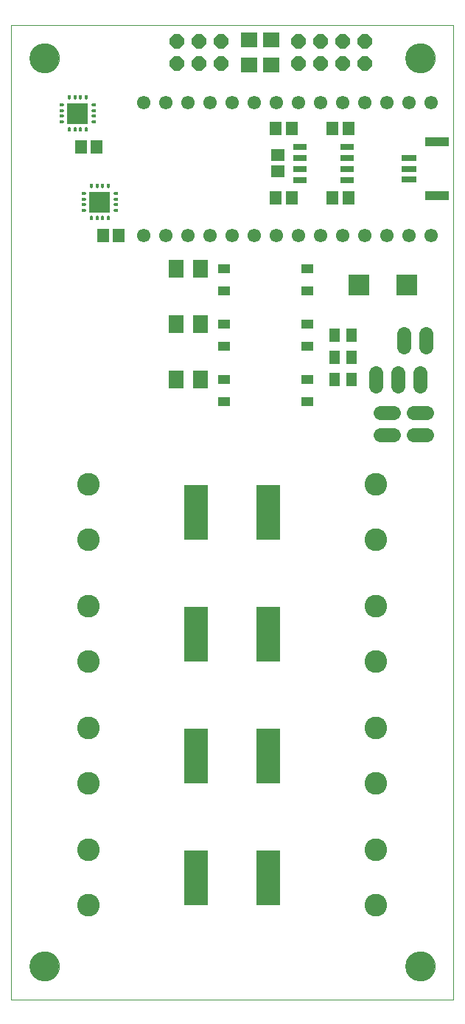
<source format=gts>
G75*
%MOIN*%
%OFA0B0*%
%FSLAX25Y25*%
%IPPOS*%
%LPD*%
%AMOC8*
5,1,8,0,0,1.08239X$1,22.5*
%
%ADD10C,0.00300*%
%ADD11R,0.05518X0.06306*%
%ADD12R,0.11030X0.24809*%
%ADD13C,0.01378*%
%ADD14R,0.01378X0.01476*%
%ADD15R,0.01476X0.01378*%
%ADD16R,0.09449X0.09449*%
%ADD17C,0.10243*%
%ADD18R,0.05518X0.03943*%
%ADD19R,0.04731X0.05912*%
%ADD20R,0.06699X0.08274*%
%ADD21R,0.09400X0.09400*%
%ADD22OC8,0.06400*%
%ADD23C,0.06400*%
%ADD24R,0.07498X0.06699*%
%ADD25C,0.06100*%
%ADD26C,0.00000*%
%ADD27C,0.13400*%
%ADD28R,0.06400X0.02800*%
%ADD29R,0.06306X0.05518*%
%ADD30R,0.07093X0.02762*%
%ADD31R,0.11030X0.04337*%
D10*
X0255000Y0285000D02*
X0455000Y0285000D01*
X0455000Y0725000D01*
X0255000Y0725000D01*
X0255000Y0285000D01*
D11*
X0296654Y0630000D03*
X0303346Y0630000D03*
X0293346Y0670000D03*
X0286654Y0670000D03*
X0374385Y0678125D03*
X0381865Y0678125D03*
X0400010Y0678125D03*
X0407490Y0678125D03*
X0407490Y0646875D03*
X0400010Y0646875D03*
X0381865Y0646875D03*
X0374385Y0646875D03*
D12*
X0371339Y0505000D03*
X0338661Y0505000D03*
X0338661Y0450000D03*
X0371339Y0450000D03*
X0371339Y0395000D03*
X0338661Y0395000D03*
X0338661Y0340000D03*
X0371339Y0340000D03*
D13*
X0298839Y0638307D03*
X0296280Y0638307D03*
X0293720Y0638307D03*
X0291161Y0638307D03*
X0288307Y0641161D03*
X0288307Y0643720D03*
X0288307Y0646280D03*
X0288307Y0648839D03*
X0291161Y0651693D03*
X0293720Y0651693D03*
X0296280Y0651693D03*
X0298839Y0651693D03*
X0301693Y0648839D03*
X0301693Y0646280D03*
X0301693Y0643720D03*
X0301693Y0641161D03*
X0288839Y0678307D03*
X0286280Y0678307D03*
X0283720Y0678307D03*
X0281161Y0678307D03*
X0278307Y0681161D03*
X0278307Y0683720D03*
X0278307Y0686280D03*
X0278307Y0688839D03*
X0281161Y0691693D03*
X0283720Y0691693D03*
X0286280Y0691693D03*
X0288839Y0691693D03*
X0291693Y0688839D03*
X0291693Y0686280D03*
X0291693Y0683720D03*
X0291693Y0681161D03*
D14*
X0288839Y0677569D03*
X0286280Y0677569D03*
X0283720Y0677569D03*
X0281161Y0677569D03*
X0281161Y0692431D03*
X0283720Y0692431D03*
X0286280Y0692431D03*
X0288839Y0692431D03*
X0291161Y0652431D03*
X0293720Y0652431D03*
X0296280Y0652431D03*
X0298839Y0652431D03*
X0298839Y0637569D03*
X0296280Y0637569D03*
X0293720Y0637569D03*
X0291161Y0637569D03*
D15*
X0287569Y0641161D03*
X0287569Y0643720D03*
X0287569Y0646280D03*
X0287569Y0648839D03*
X0302431Y0648839D03*
X0302431Y0646280D03*
X0302431Y0643720D03*
X0302431Y0641161D03*
X0292431Y0681161D03*
X0292431Y0683720D03*
X0292431Y0686280D03*
X0292431Y0688839D03*
X0277569Y0688839D03*
X0277569Y0686280D03*
X0277569Y0683720D03*
X0277569Y0681161D03*
D16*
X0285000Y0685000D03*
X0295000Y0645000D03*
D17*
X0290000Y0517500D03*
X0290000Y0492500D03*
X0290000Y0462500D03*
X0290000Y0437500D03*
X0290000Y0407500D03*
X0290000Y0382500D03*
X0290000Y0352500D03*
X0290000Y0327500D03*
X0420000Y0327500D03*
X0420000Y0352500D03*
X0420000Y0382500D03*
X0420000Y0407500D03*
X0420000Y0437500D03*
X0420000Y0462500D03*
X0420000Y0492500D03*
X0420000Y0517500D03*
D18*
X0388701Y0555000D03*
X0388701Y0565000D03*
X0388701Y0580000D03*
X0388701Y0590000D03*
X0388701Y0605000D03*
X0388701Y0615000D03*
X0351299Y0615000D03*
X0351299Y0605000D03*
X0351299Y0590000D03*
X0351299Y0580000D03*
X0351299Y0565000D03*
X0351299Y0555000D03*
D19*
X0401063Y0565000D03*
X0408937Y0565000D03*
X0408937Y0575000D03*
X0401063Y0575000D03*
X0401063Y0585000D03*
X0408937Y0585000D03*
D20*
X0340512Y0590000D03*
X0329488Y0590000D03*
X0329488Y0565000D03*
X0340512Y0565000D03*
X0340512Y0615000D03*
X0329488Y0615000D03*
D21*
X0412275Y0607500D03*
X0433975Y0607500D03*
D22*
X0415000Y0707500D03*
X0415000Y0717500D03*
X0405000Y0717500D03*
X0405000Y0707500D03*
X0395000Y0707500D03*
X0395000Y0717500D03*
X0385000Y0717500D03*
X0385000Y0707500D03*
X0350000Y0707500D03*
X0350000Y0717500D03*
X0340000Y0717500D03*
X0340000Y0707500D03*
X0330000Y0707500D03*
X0330000Y0717500D03*
D23*
X0432500Y0585500D02*
X0432500Y0579500D01*
X0430000Y0568000D02*
X0430000Y0562000D01*
X0440000Y0562000D02*
X0440000Y0568000D01*
X0442500Y0579500D02*
X0442500Y0585500D01*
X0420000Y0568000D02*
X0420000Y0562000D01*
X0422000Y0550000D02*
X0428000Y0550000D01*
X0437000Y0550000D02*
X0443000Y0550000D01*
X0443000Y0540000D02*
X0437000Y0540000D01*
X0428000Y0540000D02*
X0422000Y0540000D01*
D24*
X0372500Y0706902D03*
X0362500Y0706902D03*
X0362500Y0718098D03*
X0372500Y0718098D03*
D25*
X0375000Y0690000D03*
X0365000Y0690000D03*
X0355000Y0690000D03*
X0345000Y0690000D03*
X0335000Y0690000D03*
X0325000Y0690000D03*
X0315000Y0690000D03*
X0315000Y0630000D03*
X0325000Y0630000D03*
X0335000Y0630000D03*
X0345000Y0630000D03*
X0355000Y0630000D03*
X0365000Y0630000D03*
X0375000Y0630000D03*
X0385000Y0630000D03*
X0395000Y0630000D03*
X0405000Y0630000D03*
X0415000Y0630000D03*
X0425000Y0630000D03*
X0435000Y0630000D03*
X0445000Y0630000D03*
X0445000Y0690000D03*
X0435000Y0690000D03*
X0425000Y0690000D03*
X0415000Y0690000D03*
X0405000Y0690000D03*
X0395000Y0690000D03*
X0385000Y0690000D03*
D26*
X0433500Y0710000D02*
X0433502Y0710161D01*
X0433508Y0710321D01*
X0433518Y0710482D01*
X0433532Y0710642D01*
X0433550Y0710802D01*
X0433571Y0710961D01*
X0433597Y0711120D01*
X0433627Y0711278D01*
X0433660Y0711435D01*
X0433698Y0711592D01*
X0433739Y0711747D01*
X0433784Y0711901D01*
X0433833Y0712054D01*
X0433886Y0712206D01*
X0433942Y0712357D01*
X0434003Y0712506D01*
X0434066Y0712654D01*
X0434134Y0712800D01*
X0434205Y0712944D01*
X0434279Y0713086D01*
X0434357Y0713227D01*
X0434439Y0713365D01*
X0434524Y0713502D01*
X0434612Y0713636D01*
X0434704Y0713768D01*
X0434799Y0713898D01*
X0434897Y0714026D01*
X0434998Y0714151D01*
X0435102Y0714273D01*
X0435209Y0714393D01*
X0435319Y0714510D01*
X0435432Y0714625D01*
X0435548Y0714736D01*
X0435667Y0714845D01*
X0435788Y0714950D01*
X0435912Y0715053D01*
X0436038Y0715153D01*
X0436166Y0715249D01*
X0436297Y0715342D01*
X0436431Y0715432D01*
X0436566Y0715519D01*
X0436704Y0715602D01*
X0436843Y0715682D01*
X0436985Y0715758D01*
X0437128Y0715831D01*
X0437273Y0715900D01*
X0437420Y0715966D01*
X0437568Y0716028D01*
X0437718Y0716086D01*
X0437869Y0716141D01*
X0438022Y0716192D01*
X0438176Y0716239D01*
X0438331Y0716282D01*
X0438487Y0716321D01*
X0438643Y0716357D01*
X0438801Y0716388D01*
X0438959Y0716416D01*
X0439118Y0716440D01*
X0439278Y0716460D01*
X0439438Y0716476D01*
X0439598Y0716488D01*
X0439759Y0716496D01*
X0439920Y0716500D01*
X0440080Y0716500D01*
X0440241Y0716496D01*
X0440402Y0716488D01*
X0440562Y0716476D01*
X0440722Y0716460D01*
X0440882Y0716440D01*
X0441041Y0716416D01*
X0441199Y0716388D01*
X0441357Y0716357D01*
X0441513Y0716321D01*
X0441669Y0716282D01*
X0441824Y0716239D01*
X0441978Y0716192D01*
X0442131Y0716141D01*
X0442282Y0716086D01*
X0442432Y0716028D01*
X0442580Y0715966D01*
X0442727Y0715900D01*
X0442872Y0715831D01*
X0443015Y0715758D01*
X0443157Y0715682D01*
X0443296Y0715602D01*
X0443434Y0715519D01*
X0443569Y0715432D01*
X0443703Y0715342D01*
X0443834Y0715249D01*
X0443962Y0715153D01*
X0444088Y0715053D01*
X0444212Y0714950D01*
X0444333Y0714845D01*
X0444452Y0714736D01*
X0444568Y0714625D01*
X0444681Y0714510D01*
X0444791Y0714393D01*
X0444898Y0714273D01*
X0445002Y0714151D01*
X0445103Y0714026D01*
X0445201Y0713898D01*
X0445296Y0713768D01*
X0445388Y0713636D01*
X0445476Y0713502D01*
X0445561Y0713365D01*
X0445643Y0713227D01*
X0445721Y0713086D01*
X0445795Y0712944D01*
X0445866Y0712800D01*
X0445934Y0712654D01*
X0445997Y0712506D01*
X0446058Y0712357D01*
X0446114Y0712206D01*
X0446167Y0712054D01*
X0446216Y0711901D01*
X0446261Y0711747D01*
X0446302Y0711592D01*
X0446340Y0711435D01*
X0446373Y0711278D01*
X0446403Y0711120D01*
X0446429Y0710961D01*
X0446450Y0710802D01*
X0446468Y0710642D01*
X0446482Y0710482D01*
X0446492Y0710321D01*
X0446498Y0710161D01*
X0446500Y0710000D01*
X0446498Y0709839D01*
X0446492Y0709679D01*
X0446482Y0709518D01*
X0446468Y0709358D01*
X0446450Y0709198D01*
X0446429Y0709039D01*
X0446403Y0708880D01*
X0446373Y0708722D01*
X0446340Y0708565D01*
X0446302Y0708408D01*
X0446261Y0708253D01*
X0446216Y0708099D01*
X0446167Y0707946D01*
X0446114Y0707794D01*
X0446058Y0707643D01*
X0445997Y0707494D01*
X0445934Y0707346D01*
X0445866Y0707200D01*
X0445795Y0707056D01*
X0445721Y0706914D01*
X0445643Y0706773D01*
X0445561Y0706635D01*
X0445476Y0706498D01*
X0445388Y0706364D01*
X0445296Y0706232D01*
X0445201Y0706102D01*
X0445103Y0705974D01*
X0445002Y0705849D01*
X0444898Y0705727D01*
X0444791Y0705607D01*
X0444681Y0705490D01*
X0444568Y0705375D01*
X0444452Y0705264D01*
X0444333Y0705155D01*
X0444212Y0705050D01*
X0444088Y0704947D01*
X0443962Y0704847D01*
X0443834Y0704751D01*
X0443703Y0704658D01*
X0443569Y0704568D01*
X0443434Y0704481D01*
X0443296Y0704398D01*
X0443157Y0704318D01*
X0443015Y0704242D01*
X0442872Y0704169D01*
X0442727Y0704100D01*
X0442580Y0704034D01*
X0442432Y0703972D01*
X0442282Y0703914D01*
X0442131Y0703859D01*
X0441978Y0703808D01*
X0441824Y0703761D01*
X0441669Y0703718D01*
X0441513Y0703679D01*
X0441357Y0703643D01*
X0441199Y0703612D01*
X0441041Y0703584D01*
X0440882Y0703560D01*
X0440722Y0703540D01*
X0440562Y0703524D01*
X0440402Y0703512D01*
X0440241Y0703504D01*
X0440080Y0703500D01*
X0439920Y0703500D01*
X0439759Y0703504D01*
X0439598Y0703512D01*
X0439438Y0703524D01*
X0439278Y0703540D01*
X0439118Y0703560D01*
X0438959Y0703584D01*
X0438801Y0703612D01*
X0438643Y0703643D01*
X0438487Y0703679D01*
X0438331Y0703718D01*
X0438176Y0703761D01*
X0438022Y0703808D01*
X0437869Y0703859D01*
X0437718Y0703914D01*
X0437568Y0703972D01*
X0437420Y0704034D01*
X0437273Y0704100D01*
X0437128Y0704169D01*
X0436985Y0704242D01*
X0436843Y0704318D01*
X0436704Y0704398D01*
X0436566Y0704481D01*
X0436431Y0704568D01*
X0436297Y0704658D01*
X0436166Y0704751D01*
X0436038Y0704847D01*
X0435912Y0704947D01*
X0435788Y0705050D01*
X0435667Y0705155D01*
X0435548Y0705264D01*
X0435432Y0705375D01*
X0435319Y0705490D01*
X0435209Y0705607D01*
X0435102Y0705727D01*
X0434998Y0705849D01*
X0434897Y0705974D01*
X0434799Y0706102D01*
X0434704Y0706232D01*
X0434612Y0706364D01*
X0434524Y0706498D01*
X0434439Y0706635D01*
X0434357Y0706773D01*
X0434279Y0706914D01*
X0434205Y0707056D01*
X0434134Y0707200D01*
X0434066Y0707346D01*
X0434003Y0707494D01*
X0433942Y0707643D01*
X0433886Y0707794D01*
X0433833Y0707946D01*
X0433784Y0708099D01*
X0433739Y0708253D01*
X0433698Y0708408D01*
X0433660Y0708565D01*
X0433627Y0708722D01*
X0433597Y0708880D01*
X0433571Y0709039D01*
X0433550Y0709198D01*
X0433532Y0709358D01*
X0433518Y0709518D01*
X0433508Y0709679D01*
X0433502Y0709839D01*
X0433500Y0710000D01*
X0263500Y0710000D02*
X0263502Y0710161D01*
X0263508Y0710321D01*
X0263518Y0710482D01*
X0263532Y0710642D01*
X0263550Y0710802D01*
X0263571Y0710961D01*
X0263597Y0711120D01*
X0263627Y0711278D01*
X0263660Y0711435D01*
X0263698Y0711592D01*
X0263739Y0711747D01*
X0263784Y0711901D01*
X0263833Y0712054D01*
X0263886Y0712206D01*
X0263942Y0712357D01*
X0264003Y0712506D01*
X0264066Y0712654D01*
X0264134Y0712800D01*
X0264205Y0712944D01*
X0264279Y0713086D01*
X0264357Y0713227D01*
X0264439Y0713365D01*
X0264524Y0713502D01*
X0264612Y0713636D01*
X0264704Y0713768D01*
X0264799Y0713898D01*
X0264897Y0714026D01*
X0264998Y0714151D01*
X0265102Y0714273D01*
X0265209Y0714393D01*
X0265319Y0714510D01*
X0265432Y0714625D01*
X0265548Y0714736D01*
X0265667Y0714845D01*
X0265788Y0714950D01*
X0265912Y0715053D01*
X0266038Y0715153D01*
X0266166Y0715249D01*
X0266297Y0715342D01*
X0266431Y0715432D01*
X0266566Y0715519D01*
X0266704Y0715602D01*
X0266843Y0715682D01*
X0266985Y0715758D01*
X0267128Y0715831D01*
X0267273Y0715900D01*
X0267420Y0715966D01*
X0267568Y0716028D01*
X0267718Y0716086D01*
X0267869Y0716141D01*
X0268022Y0716192D01*
X0268176Y0716239D01*
X0268331Y0716282D01*
X0268487Y0716321D01*
X0268643Y0716357D01*
X0268801Y0716388D01*
X0268959Y0716416D01*
X0269118Y0716440D01*
X0269278Y0716460D01*
X0269438Y0716476D01*
X0269598Y0716488D01*
X0269759Y0716496D01*
X0269920Y0716500D01*
X0270080Y0716500D01*
X0270241Y0716496D01*
X0270402Y0716488D01*
X0270562Y0716476D01*
X0270722Y0716460D01*
X0270882Y0716440D01*
X0271041Y0716416D01*
X0271199Y0716388D01*
X0271357Y0716357D01*
X0271513Y0716321D01*
X0271669Y0716282D01*
X0271824Y0716239D01*
X0271978Y0716192D01*
X0272131Y0716141D01*
X0272282Y0716086D01*
X0272432Y0716028D01*
X0272580Y0715966D01*
X0272727Y0715900D01*
X0272872Y0715831D01*
X0273015Y0715758D01*
X0273157Y0715682D01*
X0273296Y0715602D01*
X0273434Y0715519D01*
X0273569Y0715432D01*
X0273703Y0715342D01*
X0273834Y0715249D01*
X0273962Y0715153D01*
X0274088Y0715053D01*
X0274212Y0714950D01*
X0274333Y0714845D01*
X0274452Y0714736D01*
X0274568Y0714625D01*
X0274681Y0714510D01*
X0274791Y0714393D01*
X0274898Y0714273D01*
X0275002Y0714151D01*
X0275103Y0714026D01*
X0275201Y0713898D01*
X0275296Y0713768D01*
X0275388Y0713636D01*
X0275476Y0713502D01*
X0275561Y0713365D01*
X0275643Y0713227D01*
X0275721Y0713086D01*
X0275795Y0712944D01*
X0275866Y0712800D01*
X0275934Y0712654D01*
X0275997Y0712506D01*
X0276058Y0712357D01*
X0276114Y0712206D01*
X0276167Y0712054D01*
X0276216Y0711901D01*
X0276261Y0711747D01*
X0276302Y0711592D01*
X0276340Y0711435D01*
X0276373Y0711278D01*
X0276403Y0711120D01*
X0276429Y0710961D01*
X0276450Y0710802D01*
X0276468Y0710642D01*
X0276482Y0710482D01*
X0276492Y0710321D01*
X0276498Y0710161D01*
X0276500Y0710000D01*
X0276498Y0709839D01*
X0276492Y0709679D01*
X0276482Y0709518D01*
X0276468Y0709358D01*
X0276450Y0709198D01*
X0276429Y0709039D01*
X0276403Y0708880D01*
X0276373Y0708722D01*
X0276340Y0708565D01*
X0276302Y0708408D01*
X0276261Y0708253D01*
X0276216Y0708099D01*
X0276167Y0707946D01*
X0276114Y0707794D01*
X0276058Y0707643D01*
X0275997Y0707494D01*
X0275934Y0707346D01*
X0275866Y0707200D01*
X0275795Y0707056D01*
X0275721Y0706914D01*
X0275643Y0706773D01*
X0275561Y0706635D01*
X0275476Y0706498D01*
X0275388Y0706364D01*
X0275296Y0706232D01*
X0275201Y0706102D01*
X0275103Y0705974D01*
X0275002Y0705849D01*
X0274898Y0705727D01*
X0274791Y0705607D01*
X0274681Y0705490D01*
X0274568Y0705375D01*
X0274452Y0705264D01*
X0274333Y0705155D01*
X0274212Y0705050D01*
X0274088Y0704947D01*
X0273962Y0704847D01*
X0273834Y0704751D01*
X0273703Y0704658D01*
X0273569Y0704568D01*
X0273434Y0704481D01*
X0273296Y0704398D01*
X0273157Y0704318D01*
X0273015Y0704242D01*
X0272872Y0704169D01*
X0272727Y0704100D01*
X0272580Y0704034D01*
X0272432Y0703972D01*
X0272282Y0703914D01*
X0272131Y0703859D01*
X0271978Y0703808D01*
X0271824Y0703761D01*
X0271669Y0703718D01*
X0271513Y0703679D01*
X0271357Y0703643D01*
X0271199Y0703612D01*
X0271041Y0703584D01*
X0270882Y0703560D01*
X0270722Y0703540D01*
X0270562Y0703524D01*
X0270402Y0703512D01*
X0270241Y0703504D01*
X0270080Y0703500D01*
X0269920Y0703500D01*
X0269759Y0703504D01*
X0269598Y0703512D01*
X0269438Y0703524D01*
X0269278Y0703540D01*
X0269118Y0703560D01*
X0268959Y0703584D01*
X0268801Y0703612D01*
X0268643Y0703643D01*
X0268487Y0703679D01*
X0268331Y0703718D01*
X0268176Y0703761D01*
X0268022Y0703808D01*
X0267869Y0703859D01*
X0267718Y0703914D01*
X0267568Y0703972D01*
X0267420Y0704034D01*
X0267273Y0704100D01*
X0267128Y0704169D01*
X0266985Y0704242D01*
X0266843Y0704318D01*
X0266704Y0704398D01*
X0266566Y0704481D01*
X0266431Y0704568D01*
X0266297Y0704658D01*
X0266166Y0704751D01*
X0266038Y0704847D01*
X0265912Y0704947D01*
X0265788Y0705050D01*
X0265667Y0705155D01*
X0265548Y0705264D01*
X0265432Y0705375D01*
X0265319Y0705490D01*
X0265209Y0705607D01*
X0265102Y0705727D01*
X0264998Y0705849D01*
X0264897Y0705974D01*
X0264799Y0706102D01*
X0264704Y0706232D01*
X0264612Y0706364D01*
X0264524Y0706498D01*
X0264439Y0706635D01*
X0264357Y0706773D01*
X0264279Y0706914D01*
X0264205Y0707056D01*
X0264134Y0707200D01*
X0264066Y0707346D01*
X0264003Y0707494D01*
X0263942Y0707643D01*
X0263886Y0707794D01*
X0263833Y0707946D01*
X0263784Y0708099D01*
X0263739Y0708253D01*
X0263698Y0708408D01*
X0263660Y0708565D01*
X0263627Y0708722D01*
X0263597Y0708880D01*
X0263571Y0709039D01*
X0263550Y0709198D01*
X0263532Y0709358D01*
X0263518Y0709518D01*
X0263508Y0709679D01*
X0263502Y0709839D01*
X0263500Y0710000D01*
X0263500Y0300000D02*
X0263502Y0300161D01*
X0263508Y0300321D01*
X0263518Y0300482D01*
X0263532Y0300642D01*
X0263550Y0300802D01*
X0263571Y0300961D01*
X0263597Y0301120D01*
X0263627Y0301278D01*
X0263660Y0301435D01*
X0263698Y0301592D01*
X0263739Y0301747D01*
X0263784Y0301901D01*
X0263833Y0302054D01*
X0263886Y0302206D01*
X0263942Y0302357D01*
X0264003Y0302506D01*
X0264066Y0302654D01*
X0264134Y0302800D01*
X0264205Y0302944D01*
X0264279Y0303086D01*
X0264357Y0303227D01*
X0264439Y0303365D01*
X0264524Y0303502D01*
X0264612Y0303636D01*
X0264704Y0303768D01*
X0264799Y0303898D01*
X0264897Y0304026D01*
X0264998Y0304151D01*
X0265102Y0304273D01*
X0265209Y0304393D01*
X0265319Y0304510D01*
X0265432Y0304625D01*
X0265548Y0304736D01*
X0265667Y0304845D01*
X0265788Y0304950D01*
X0265912Y0305053D01*
X0266038Y0305153D01*
X0266166Y0305249D01*
X0266297Y0305342D01*
X0266431Y0305432D01*
X0266566Y0305519D01*
X0266704Y0305602D01*
X0266843Y0305682D01*
X0266985Y0305758D01*
X0267128Y0305831D01*
X0267273Y0305900D01*
X0267420Y0305966D01*
X0267568Y0306028D01*
X0267718Y0306086D01*
X0267869Y0306141D01*
X0268022Y0306192D01*
X0268176Y0306239D01*
X0268331Y0306282D01*
X0268487Y0306321D01*
X0268643Y0306357D01*
X0268801Y0306388D01*
X0268959Y0306416D01*
X0269118Y0306440D01*
X0269278Y0306460D01*
X0269438Y0306476D01*
X0269598Y0306488D01*
X0269759Y0306496D01*
X0269920Y0306500D01*
X0270080Y0306500D01*
X0270241Y0306496D01*
X0270402Y0306488D01*
X0270562Y0306476D01*
X0270722Y0306460D01*
X0270882Y0306440D01*
X0271041Y0306416D01*
X0271199Y0306388D01*
X0271357Y0306357D01*
X0271513Y0306321D01*
X0271669Y0306282D01*
X0271824Y0306239D01*
X0271978Y0306192D01*
X0272131Y0306141D01*
X0272282Y0306086D01*
X0272432Y0306028D01*
X0272580Y0305966D01*
X0272727Y0305900D01*
X0272872Y0305831D01*
X0273015Y0305758D01*
X0273157Y0305682D01*
X0273296Y0305602D01*
X0273434Y0305519D01*
X0273569Y0305432D01*
X0273703Y0305342D01*
X0273834Y0305249D01*
X0273962Y0305153D01*
X0274088Y0305053D01*
X0274212Y0304950D01*
X0274333Y0304845D01*
X0274452Y0304736D01*
X0274568Y0304625D01*
X0274681Y0304510D01*
X0274791Y0304393D01*
X0274898Y0304273D01*
X0275002Y0304151D01*
X0275103Y0304026D01*
X0275201Y0303898D01*
X0275296Y0303768D01*
X0275388Y0303636D01*
X0275476Y0303502D01*
X0275561Y0303365D01*
X0275643Y0303227D01*
X0275721Y0303086D01*
X0275795Y0302944D01*
X0275866Y0302800D01*
X0275934Y0302654D01*
X0275997Y0302506D01*
X0276058Y0302357D01*
X0276114Y0302206D01*
X0276167Y0302054D01*
X0276216Y0301901D01*
X0276261Y0301747D01*
X0276302Y0301592D01*
X0276340Y0301435D01*
X0276373Y0301278D01*
X0276403Y0301120D01*
X0276429Y0300961D01*
X0276450Y0300802D01*
X0276468Y0300642D01*
X0276482Y0300482D01*
X0276492Y0300321D01*
X0276498Y0300161D01*
X0276500Y0300000D01*
X0276498Y0299839D01*
X0276492Y0299679D01*
X0276482Y0299518D01*
X0276468Y0299358D01*
X0276450Y0299198D01*
X0276429Y0299039D01*
X0276403Y0298880D01*
X0276373Y0298722D01*
X0276340Y0298565D01*
X0276302Y0298408D01*
X0276261Y0298253D01*
X0276216Y0298099D01*
X0276167Y0297946D01*
X0276114Y0297794D01*
X0276058Y0297643D01*
X0275997Y0297494D01*
X0275934Y0297346D01*
X0275866Y0297200D01*
X0275795Y0297056D01*
X0275721Y0296914D01*
X0275643Y0296773D01*
X0275561Y0296635D01*
X0275476Y0296498D01*
X0275388Y0296364D01*
X0275296Y0296232D01*
X0275201Y0296102D01*
X0275103Y0295974D01*
X0275002Y0295849D01*
X0274898Y0295727D01*
X0274791Y0295607D01*
X0274681Y0295490D01*
X0274568Y0295375D01*
X0274452Y0295264D01*
X0274333Y0295155D01*
X0274212Y0295050D01*
X0274088Y0294947D01*
X0273962Y0294847D01*
X0273834Y0294751D01*
X0273703Y0294658D01*
X0273569Y0294568D01*
X0273434Y0294481D01*
X0273296Y0294398D01*
X0273157Y0294318D01*
X0273015Y0294242D01*
X0272872Y0294169D01*
X0272727Y0294100D01*
X0272580Y0294034D01*
X0272432Y0293972D01*
X0272282Y0293914D01*
X0272131Y0293859D01*
X0271978Y0293808D01*
X0271824Y0293761D01*
X0271669Y0293718D01*
X0271513Y0293679D01*
X0271357Y0293643D01*
X0271199Y0293612D01*
X0271041Y0293584D01*
X0270882Y0293560D01*
X0270722Y0293540D01*
X0270562Y0293524D01*
X0270402Y0293512D01*
X0270241Y0293504D01*
X0270080Y0293500D01*
X0269920Y0293500D01*
X0269759Y0293504D01*
X0269598Y0293512D01*
X0269438Y0293524D01*
X0269278Y0293540D01*
X0269118Y0293560D01*
X0268959Y0293584D01*
X0268801Y0293612D01*
X0268643Y0293643D01*
X0268487Y0293679D01*
X0268331Y0293718D01*
X0268176Y0293761D01*
X0268022Y0293808D01*
X0267869Y0293859D01*
X0267718Y0293914D01*
X0267568Y0293972D01*
X0267420Y0294034D01*
X0267273Y0294100D01*
X0267128Y0294169D01*
X0266985Y0294242D01*
X0266843Y0294318D01*
X0266704Y0294398D01*
X0266566Y0294481D01*
X0266431Y0294568D01*
X0266297Y0294658D01*
X0266166Y0294751D01*
X0266038Y0294847D01*
X0265912Y0294947D01*
X0265788Y0295050D01*
X0265667Y0295155D01*
X0265548Y0295264D01*
X0265432Y0295375D01*
X0265319Y0295490D01*
X0265209Y0295607D01*
X0265102Y0295727D01*
X0264998Y0295849D01*
X0264897Y0295974D01*
X0264799Y0296102D01*
X0264704Y0296232D01*
X0264612Y0296364D01*
X0264524Y0296498D01*
X0264439Y0296635D01*
X0264357Y0296773D01*
X0264279Y0296914D01*
X0264205Y0297056D01*
X0264134Y0297200D01*
X0264066Y0297346D01*
X0264003Y0297494D01*
X0263942Y0297643D01*
X0263886Y0297794D01*
X0263833Y0297946D01*
X0263784Y0298099D01*
X0263739Y0298253D01*
X0263698Y0298408D01*
X0263660Y0298565D01*
X0263627Y0298722D01*
X0263597Y0298880D01*
X0263571Y0299039D01*
X0263550Y0299198D01*
X0263532Y0299358D01*
X0263518Y0299518D01*
X0263508Y0299679D01*
X0263502Y0299839D01*
X0263500Y0300000D01*
X0433500Y0300000D02*
X0433502Y0300161D01*
X0433508Y0300321D01*
X0433518Y0300482D01*
X0433532Y0300642D01*
X0433550Y0300802D01*
X0433571Y0300961D01*
X0433597Y0301120D01*
X0433627Y0301278D01*
X0433660Y0301435D01*
X0433698Y0301592D01*
X0433739Y0301747D01*
X0433784Y0301901D01*
X0433833Y0302054D01*
X0433886Y0302206D01*
X0433942Y0302357D01*
X0434003Y0302506D01*
X0434066Y0302654D01*
X0434134Y0302800D01*
X0434205Y0302944D01*
X0434279Y0303086D01*
X0434357Y0303227D01*
X0434439Y0303365D01*
X0434524Y0303502D01*
X0434612Y0303636D01*
X0434704Y0303768D01*
X0434799Y0303898D01*
X0434897Y0304026D01*
X0434998Y0304151D01*
X0435102Y0304273D01*
X0435209Y0304393D01*
X0435319Y0304510D01*
X0435432Y0304625D01*
X0435548Y0304736D01*
X0435667Y0304845D01*
X0435788Y0304950D01*
X0435912Y0305053D01*
X0436038Y0305153D01*
X0436166Y0305249D01*
X0436297Y0305342D01*
X0436431Y0305432D01*
X0436566Y0305519D01*
X0436704Y0305602D01*
X0436843Y0305682D01*
X0436985Y0305758D01*
X0437128Y0305831D01*
X0437273Y0305900D01*
X0437420Y0305966D01*
X0437568Y0306028D01*
X0437718Y0306086D01*
X0437869Y0306141D01*
X0438022Y0306192D01*
X0438176Y0306239D01*
X0438331Y0306282D01*
X0438487Y0306321D01*
X0438643Y0306357D01*
X0438801Y0306388D01*
X0438959Y0306416D01*
X0439118Y0306440D01*
X0439278Y0306460D01*
X0439438Y0306476D01*
X0439598Y0306488D01*
X0439759Y0306496D01*
X0439920Y0306500D01*
X0440080Y0306500D01*
X0440241Y0306496D01*
X0440402Y0306488D01*
X0440562Y0306476D01*
X0440722Y0306460D01*
X0440882Y0306440D01*
X0441041Y0306416D01*
X0441199Y0306388D01*
X0441357Y0306357D01*
X0441513Y0306321D01*
X0441669Y0306282D01*
X0441824Y0306239D01*
X0441978Y0306192D01*
X0442131Y0306141D01*
X0442282Y0306086D01*
X0442432Y0306028D01*
X0442580Y0305966D01*
X0442727Y0305900D01*
X0442872Y0305831D01*
X0443015Y0305758D01*
X0443157Y0305682D01*
X0443296Y0305602D01*
X0443434Y0305519D01*
X0443569Y0305432D01*
X0443703Y0305342D01*
X0443834Y0305249D01*
X0443962Y0305153D01*
X0444088Y0305053D01*
X0444212Y0304950D01*
X0444333Y0304845D01*
X0444452Y0304736D01*
X0444568Y0304625D01*
X0444681Y0304510D01*
X0444791Y0304393D01*
X0444898Y0304273D01*
X0445002Y0304151D01*
X0445103Y0304026D01*
X0445201Y0303898D01*
X0445296Y0303768D01*
X0445388Y0303636D01*
X0445476Y0303502D01*
X0445561Y0303365D01*
X0445643Y0303227D01*
X0445721Y0303086D01*
X0445795Y0302944D01*
X0445866Y0302800D01*
X0445934Y0302654D01*
X0445997Y0302506D01*
X0446058Y0302357D01*
X0446114Y0302206D01*
X0446167Y0302054D01*
X0446216Y0301901D01*
X0446261Y0301747D01*
X0446302Y0301592D01*
X0446340Y0301435D01*
X0446373Y0301278D01*
X0446403Y0301120D01*
X0446429Y0300961D01*
X0446450Y0300802D01*
X0446468Y0300642D01*
X0446482Y0300482D01*
X0446492Y0300321D01*
X0446498Y0300161D01*
X0446500Y0300000D01*
X0446498Y0299839D01*
X0446492Y0299679D01*
X0446482Y0299518D01*
X0446468Y0299358D01*
X0446450Y0299198D01*
X0446429Y0299039D01*
X0446403Y0298880D01*
X0446373Y0298722D01*
X0446340Y0298565D01*
X0446302Y0298408D01*
X0446261Y0298253D01*
X0446216Y0298099D01*
X0446167Y0297946D01*
X0446114Y0297794D01*
X0446058Y0297643D01*
X0445997Y0297494D01*
X0445934Y0297346D01*
X0445866Y0297200D01*
X0445795Y0297056D01*
X0445721Y0296914D01*
X0445643Y0296773D01*
X0445561Y0296635D01*
X0445476Y0296498D01*
X0445388Y0296364D01*
X0445296Y0296232D01*
X0445201Y0296102D01*
X0445103Y0295974D01*
X0445002Y0295849D01*
X0444898Y0295727D01*
X0444791Y0295607D01*
X0444681Y0295490D01*
X0444568Y0295375D01*
X0444452Y0295264D01*
X0444333Y0295155D01*
X0444212Y0295050D01*
X0444088Y0294947D01*
X0443962Y0294847D01*
X0443834Y0294751D01*
X0443703Y0294658D01*
X0443569Y0294568D01*
X0443434Y0294481D01*
X0443296Y0294398D01*
X0443157Y0294318D01*
X0443015Y0294242D01*
X0442872Y0294169D01*
X0442727Y0294100D01*
X0442580Y0294034D01*
X0442432Y0293972D01*
X0442282Y0293914D01*
X0442131Y0293859D01*
X0441978Y0293808D01*
X0441824Y0293761D01*
X0441669Y0293718D01*
X0441513Y0293679D01*
X0441357Y0293643D01*
X0441199Y0293612D01*
X0441041Y0293584D01*
X0440882Y0293560D01*
X0440722Y0293540D01*
X0440562Y0293524D01*
X0440402Y0293512D01*
X0440241Y0293504D01*
X0440080Y0293500D01*
X0439920Y0293500D01*
X0439759Y0293504D01*
X0439598Y0293512D01*
X0439438Y0293524D01*
X0439278Y0293540D01*
X0439118Y0293560D01*
X0438959Y0293584D01*
X0438801Y0293612D01*
X0438643Y0293643D01*
X0438487Y0293679D01*
X0438331Y0293718D01*
X0438176Y0293761D01*
X0438022Y0293808D01*
X0437869Y0293859D01*
X0437718Y0293914D01*
X0437568Y0293972D01*
X0437420Y0294034D01*
X0437273Y0294100D01*
X0437128Y0294169D01*
X0436985Y0294242D01*
X0436843Y0294318D01*
X0436704Y0294398D01*
X0436566Y0294481D01*
X0436431Y0294568D01*
X0436297Y0294658D01*
X0436166Y0294751D01*
X0436038Y0294847D01*
X0435912Y0294947D01*
X0435788Y0295050D01*
X0435667Y0295155D01*
X0435548Y0295264D01*
X0435432Y0295375D01*
X0435319Y0295490D01*
X0435209Y0295607D01*
X0435102Y0295727D01*
X0434998Y0295849D01*
X0434897Y0295974D01*
X0434799Y0296102D01*
X0434704Y0296232D01*
X0434612Y0296364D01*
X0434524Y0296498D01*
X0434439Y0296635D01*
X0434357Y0296773D01*
X0434279Y0296914D01*
X0434205Y0297056D01*
X0434134Y0297200D01*
X0434066Y0297346D01*
X0434003Y0297494D01*
X0433942Y0297643D01*
X0433886Y0297794D01*
X0433833Y0297946D01*
X0433784Y0298099D01*
X0433739Y0298253D01*
X0433698Y0298408D01*
X0433660Y0298565D01*
X0433627Y0298722D01*
X0433597Y0298880D01*
X0433571Y0299039D01*
X0433550Y0299198D01*
X0433532Y0299358D01*
X0433518Y0299518D01*
X0433508Y0299679D01*
X0433502Y0299839D01*
X0433500Y0300000D01*
D27*
X0440000Y0300000D03*
X0270000Y0300000D03*
X0270000Y0710000D03*
X0440000Y0710000D03*
D28*
X0406850Y0670000D03*
X0406850Y0665000D03*
X0406850Y0660000D03*
X0406850Y0655000D03*
X0385650Y0655000D03*
X0385650Y0660000D03*
X0385650Y0665000D03*
X0385650Y0670000D03*
D29*
X0375625Y0666240D03*
X0375625Y0658760D03*
D30*
X0434779Y0660000D03*
X0434779Y0655079D03*
X0434779Y0664921D03*
D31*
X0447377Y0672205D03*
X0447377Y0647795D03*
M02*

</source>
